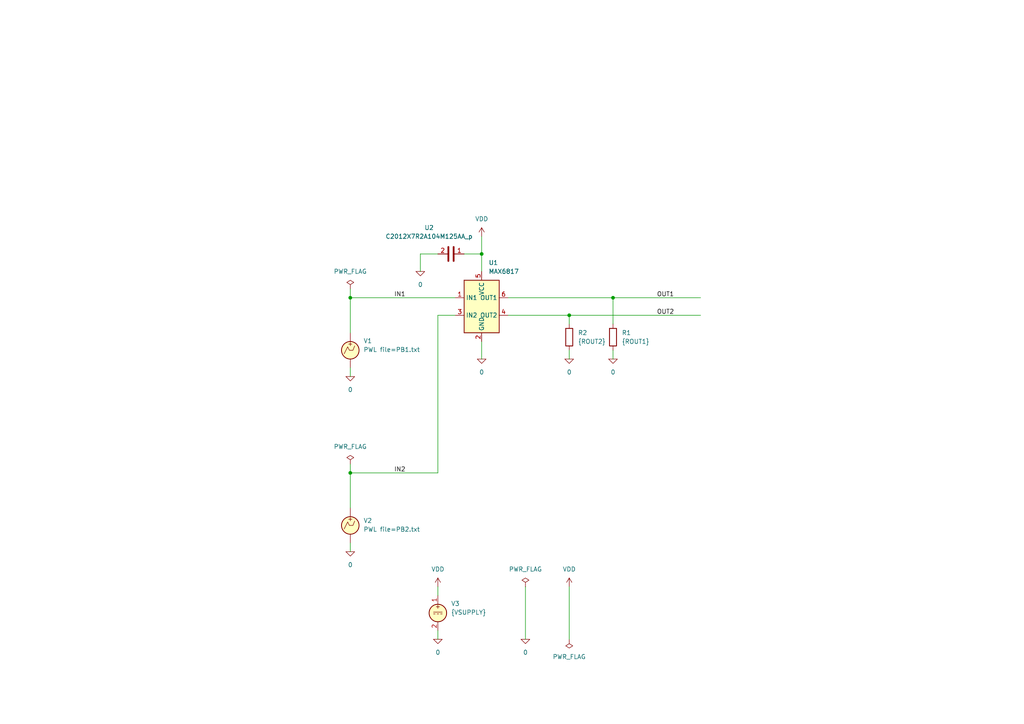
<source format=kicad_sch>
(kicad_sch
	(version 20231120)
	(generator "eeschema")
	(generator_version "8.0")
	(uuid "8b535b21-f47d-4b8e-90b5-ca6729d3d6eb")
	(paper "A4")
	(title_block
		(title "±15kV ESD-Protected, Dual, CMOS Switch Debouncer")
		(date "2024-12-02")
		(rev "2")
		(company "astroelectronic@")
		(comment 1 "-")
		(comment 2 "-")
		(comment 3 "-")
		(comment 4 "AE01021817")
	)
	(lib_symbols
		(symbol "MAX6817:0"
			(power)
			(pin_names
				(offset 0)
			)
			(exclude_from_sim no)
			(in_bom yes)
			(on_board yes)
			(property "Reference" "#GND"
				(at 0 -2.54 0)
				(effects
					(font
						(size 1.27 1.27)
					)
					(hide yes)
				)
			)
			(property "Value" "0"
				(at 0 -1.778 0)
				(effects
					(font
						(size 1.27 1.27)
					)
				)
			)
			(property "Footprint" ""
				(at 0 0 0)
				(effects
					(font
						(size 1.27 1.27)
					)
					(hide yes)
				)
			)
			(property "Datasheet" "~"
				(at 0 0 0)
				(effects
					(font
						(size 1.27 1.27)
					)
					(hide yes)
				)
			)
			(property "Description" "0V reference potential for simulation"
				(at 0 0 0)
				(effects
					(font
						(size 1.27 1.27)
					)
					(hide yes)
				)
			)
			(property "ki_keywords" "simulation"
				(at 0 0 0)
				(effects
					(font
						(size 1.27 1.27)
					)
					(hide yes)
				)
			)
			(symbol "0_0_1"
				(polyline
					(pts
						(xy -1.27 0) (xy 0 -1.27) (xy 1.27 0) (xy -1.27 0)
					)
					(stroke
						(width 0)
						(type default)
					)
					(fill
						(type none)
					)
				)
			)
			(symbol "0_1_1"
				(pin power_in line
					(at 0 0 0)
					(length 0) hide
					(name "0"
						(effects
							(font
								(size 1.016 1.016)
							)
						)
					)
					(number "1"
						(effects
							(font
								(size 1.016 1.016)
							)
						)
					)
				)
			)
		)
		(symbol "MAX6817:C"
			(pin_names
				(offset 0.254) hide)
			(exclude_from_sim no)
			(in_bom yes)
			(on_board yes)
			(property "Reference" "C"
				(at 0.635 2.54 0)
				(effects
					(font
						(size 1.27 1.27)
					)
					(justify left)
				)
			)
			(property "Value" "C"
				(at 0.635 -2.54 0)
				(effects
					(font
						(size 1.27 1.27)
					)
					(justify left)
				)
			)
			(property "Footprint" ""
				(at 0.9652 -3.81 0)
				(effects
					(font
						(size 1.27 1.27)
					)
					(hide yes)
				)
			)
			(property "Datasheet" "~"
				(at 0 0 0)
				(effects
					(font
						(size 1.27 1.27)
					)
					(hide yes)
				)
			)
			(property "Description" "Unpolarized capacitor"
				(at 0 0 0)
				(effects
					(font
						(size 1.27 1.27)
					)
					(hide yes)
				)
			)
			(property "ki_keywords" "cap capacitor"
				(at 0 0 0)
				(effects
					(font
						(size 1.27 1.27)
					)
					(hide yes)
				)
			)
			(property "ki_fp_filters" "C_*"
				(at 0 0 0)
				(effects
					(font
						(size 1.27 1.27)
					)
					(hide yes)
				)
			)
			(symbol "C_0_1"
				(polyline
					(pts
						(xy -2.032 -0.762) (xy 2.032 -0.762)
					)
					(stroke
						(width 0.508)
						(type default)
					)
					(fill
						(type none)
					)
				)
				(polyline
					(pts
						(xy -2.032 0.762) (xy 2.032 0.762)
					)
					(stroke
						(width 0.508)
						(type default)
					)
					(fill
						(type none)
					)
				)
			)
			(symbol "C_1_1"
				(pin passive line
					(at 0 3.81 270)
					(length 2.794)
					(name "~"
						(effects
							(font
								(size 1.27 1.27)
							)
						)
					)
					(number "1"
						(effects
							(font
								(size 1.27 1.27)
							)
						)
					)
				)
				(pin passive line
					(at 0 -3.81 90)
					(length 2.794)
					(name "~"
						(effects
							(font
								(size 1.27 1.27)
							)
						)
					)
					(number "2"
						(effects
							(font
								(size 1.27 1.27)
							)
						)
					)
				)
			)
		)
		(symbol "MAX6817:MAX6817"
			(exclude_from_sim no)
			(in_bom yes)
			(on_board yes)
			(property "Reference" "U"
				(at 2.54 8.89 0)
				(effects
					(font
						(size 1.27 1.27)
					)
				)
			)
			(property "Value" "MAX6817"
				(at 5.08 -8.89 0)
				(effects
					(font
						(size 1.27 1.27)
					)
				)
			)
			(property "Footprint" ""
				(at 16.51 -11.43 0)
				(effects
					(font
						(size 1.27 1.27)
					)
					(hide yes)
				)
			)
			(property "Datasheet" "https://www.analog.com/en/products/max6817.html"
				(at 0 0 0)
				(effects
					(font
						(size 1.27 1.27)
					)
					(hide yes)
				)
			)
			(property "Description" "±15kV ESD-Protected, Dual CMOS Switch Debouncer"
				(at 0 0 0)
				(effects
					(font
						(size 1.27 1.27)
					)
					(hide yes)
				)
			)
			(property "ki_keywords" "simmodel"
				(at 0 0 0)
				(effects
					(font
						(size 1.27 1.27)
					)
					(hide yes)
				)
			)
			(property "ki_fp_filters" "SOT*143*"
				(at 0 0 0)
				(effects
					(font
						(size 1.27 1.27)
					)
					(hide yes)
				)
			)
			(symbol "MAX6817_0_1"
				(rectangle
					(start -5.08 7.62)
					(end 5.08 -7.62)
					(stroke
						(width 0.254)
						(type default)
					)
					(fill
						(type background)
					)
				)
			)
			(symbol "MAX6817_1_1"
				(pin passive line
					(at -7.62 2.54 0)
					(length 2.54)
					(name "IN1"
						(effects
							(font
								(size 1.27 1.27)
							)
						)
					)
					(number "1"
						(effects
							(font
								(size 1.27 1.27)
							)
						)
					)
				)
				(pin passive line
					(at 0 -10.16 90)
					(length 2.54)
					(name "GND"
						(effects
							(font
								(size 1.27 1.27)
							)
						)
					)
					(number "2"
						(effects
							(font
								(size 1.27 1.27)
							)
						)
					)
				)
				(pin passive line
					(at -7.62 -2.54 0)
					(length 2.54)
					(name "IN2"
						(effects
							(font
								(size 1.27 1.27)
							)
						)
					)
					(number "3"
						(effects
							(font
								(size 1.27 1.27)
							)
						)
					)
				)
				(pin passive line
					(at 7.62 -2.54 180)
					(length 2.54)
					(name "OUT2"
						(effects
							(font
								(size 1.27 1.27)
							)
						)
					)
					(number "4"
						(effects
							(font
								(size 1.27 1.27)
							)
						)
					)
				)
				(pin passive line
					(at 0 10.16 270)
					(length 2.54)
					(name "VCC"
						(effects
							(font
								(size 1.27 1.27)
							)
						)
					)
					(number "5"
						(effects
							(font
								(size 1.27 1.27)
							)
						)
					)
				)
				(pin passive line
					(at 7.62 2.54 180)
					(length 2.54)
					(name "OUT1"
						(effects
							(font
								(size 1.27 1.27)
							)
						)
					)
					(number "6"
						(effects
							(font
								(size 1.27 1.27)
							)
						)
					)
				)
			)
		)
		(symbol "MAX6817:PWR_FLAG"
			(power)
			(pin_numbers hide)
			(pin_names
				(offset 0) hide)
			(exclude_from_sim no)
			(in_bom yes)
			(on_board yes)
			(property "Reference" "#FLG"
				(at 0 1.905 0)
				(effects
					(font
						(size 1.27 1.27)
					)
					(hide yes)
				)
			)
			(property "Value" "PWR_FLAG"
				(at 0 3.81 0)
				(effects
					(font
						(size 1.27 1.27)
					)
				)
			)
			(property "Footprint" ""
				(at 0 0 0)
				(effects
					(font
						(size 1.27 1.27)
					)
					(hide yes)
				)
			)
			(property "Datasheet" "~"
				(at 0 0 0)
				(effects
					(font
						(size 1.27 1.27)
					)
					(hide yes)
				)
			)
			(property "Description" "Special symbol for telling ERC where power comes from"
				(at 0 0 0)
				(effects
					(font
						(size 1.27 1.27)
					)
					(hide yes)
				)
			)
			(property "ki_keywords" "flag power"
				(at 0 0 0)
				(effects
					(font
						(size 1.27 1.27)
					)
					(hide yes)
				)
			)
			(symbol "PWR_FLAG_0_0"
				(pin power_out line
					(at 0 0 90)
					(length 0)
					(name "pwr"
						(effects
							(font
								(size 1.27 1.27)
							)
						)
					)
					(number "1"
						(effects
							(font
								(size 1.27 1.27)
							)
						)
					)
				)
			)
			(symbol "PWR_FLAG_0_1"
				(polyline
					(pts
						(xy 0 0) (xy 0 1.27) (xy -1.016 1.905) (xy 0 2.54) (xy 1.016 1.905) (xy 0 1.27)
					)
					(stroke
						(width 0)
						(type default)
					)
					(fill
						(type none)
					)
				)
			)
		)
		(symbol "MAX6817:R"
			(pin_numbers hide)
			(pin_names
				(offset 0)
			)
			(exclude_from_sim no)
			(in_bom yes)
			(on_board yes)
			(property "Reference" "R"
				(at 2.032 0 90)
				(effects
					(font
						(size 1.27 1.27)
					)
				)
			)
			(property "Value" "R"
				(at 0 0 90)
				(effects
					(font
						(size 1.27 1.27)
					)
				)
			)
			(property "Footprint" ""
				(at -1.778 0 90)
				(effects
					(font
						(size 1.27 1.27)
					)
					(hide yes)
				)
			)
			(property "Datasheet" "~"
				(at 0 0 0)
				(effects
					(font
						(size 1.27 1.27)
					)
					(hide yes)
				)
			)
			(property "Description" "Resistor"
				(at 0 0 0)
				(effects
					(font
						(size 1.27 1.27)
					)
					(hide yes)
				)
			)
			(property "ki_keywords" "R res resistor"
				(at 0 0 0)
				(effects
					(font
						(size 1.27 1.27)
					)
					(hide yes)
				)
			)
			(property "ki_fp_filters" "R_*"
				(at 0 0 0)
				(effects
					(font
						(size 1.27 1.27)
					)
					(hide yes)
				)
			)
			(symbol "R_0_1"
				(rectangle
					(start -1.016 -2.54)
					(end 1.016 2.54)
					(stroke
						(width 0.254)
						(type default)
					)
					(fill
						(type none)
					)
				)
			)
			(symbol "R_1_1"
				(pin passive line
					(at 0 3.81 270)
					(length 1.27)
					(name "~"
						(effects
							(font
								(size 1.27 1.27)
							)
						)
					)
					(number "1"
						(effects
							(font
								(size 1.27 1.27)
							)
						)
					)
				)
				(pin passive line
					(at 0 -3.81 90)
					(length 1.27)
					(name "~"
						(effects
							(font
								(size 1.27 1.27)
							)
						)
					)
					(number "2"
						(effects
							(font
								(size 1.27 1.27)
							)
						)
					)
				)
			)
		)
		(symbol "MAX6817:VDC"
			(pin_names
				(offset 0.0254) hide)
			(exclude_from_sim no)
			(in_bom yes)
			(on_board yes)
			(property "Reference" "V"
				(at 2.54 2.54 0)
				(effects
					(font
						(size 1.27 1.27)
					)
					(justify left)
				)
			)
			(property "Value" "1"
				(at 2.54 0 0)
				(effects
					(font
						(size 1.27 1.27)
					)
					(justify left)
				)
			)
			(property "Footprint" ""
				(at 0 0 0)
				(effects
					(font
						(size 1.27 1.27)
					)
					(hide yes)
				)
			)
			(property "Datasheet" "~"
				(at 0 0 0)
				(effects
					(font
						(size 1.27 1.27)
					)
					(hide yes)
				)
			)
			(property "Description" "Voltage source, DC"
				(at 0 0 0)
				(effects
					(font
						(size 1.27 1.27)
					)
					(hide yes)
				)
			)
			(property "Sim.Pins" "1=+ 2=-"
				(at 0 0 0)
				(effects
					(font
						(size 1.27 1.27)
					)
					(hide yes)
				)
			)
			(property "Sim.Type" "DC"
				(at 0 0 0)
				(effects
					(font
						(size 1.27 1.27)
					)
					(hide yes)
				)
			)
			(property "Sim.Device" "V"
				(at 0 0 0)
				(effects
					(font
						(size 1.27 1.27)
					)
					(justify left)
					(hide yes)
				)
			)
			(property "Spice_Netlist_Enabled" "Y"
				(at 0 0 0)
				(effects
					(font
						(size 1.27 1.27)
					)
					(justify left)
					(hide yes)
				)
			)
			(property "ki_keywords" "simulation"
				(at 0 0 0)
				(effects
					(font
						(size 1.27 1.27)
					)
					(hide yes)
				)
			)
			(symbol "VDC_0_0"
				(polyline
					(pts
						(xy -1.27 0.254) (xy 1.27 0.254)
					)
					(stroke
						(width 0)
						(type default)
					)
					(fill
						(type none)
					)
				)
				(polyline
					(pts
						(xy -0.762 -0.254) (xy -1.27 -0.254)
					)
					(stroke
						(width 0)
						(type default)
					)
					(fill
						(type none)
					)
				)
				(polyline
					(pts
						(xy 0.254 -0.254) (xy -0.254 -0.254)
					)
					(stroke
						(width 0)
						(type default)
					)
					(fill
						(type none)
					)
				)
				(polyline
					(pts
						(xy 1.27 -0.254) (xy 0.762 -0.254)
					)
					(stroke
						(width 0)
						(type default)
					)
					(fill
						(type none)
					)
				)
				(text "+"
					(at 0 1.905 0)
					(effects
						(font
							(size 1.27 1.27)
						)
					)
				)
			)
			(symbol "VDC_0_1"
				(circle
					(center 0 0)
					(radius 2.54)
					(stroke
						(width 0.254)
						(type default)
					)
					(fill
						(type background)
					)
				)
			)
			(symbol "VDC_1_1"
				(pin passive line
					(at 0 5.08 270)
					(length 2.54)
					(name "~"
						(effects
							(font
								(size 1.27 1.27)
							)
						)
					)
					(number "1"
						(effects
							(font
								(size 1.27 1.27)
							)
						)
					)
				)
				(pin passive line
					(at 0 -5.08 90)
					(length 2.54)
					(name "~"
						(effects
							(font
								(size 1.27 1.27)
							)
						)
					)
					(number "2"
						(effects
							(font
								(size 1.27 1.27)
							)
						)
					)
				)
			)
		)
		(symbol "MAX6817:VDD"
			(power)
			(pin_names
				(offset 0)
			)
			(exclude_from_sim no)
			(in_bom yes)
			(on_board yes)
			(property "Reference" "#PWR"
				(at 0 -3.81 0)
				(effects
					(font
						(size 1.27 1.27)
					)
					(hide yes)
				)
			)
			(property "Value" "VDD"
				(at 0 3.81 0)
				(effects
					(font
						(size 1.27 1.27)
					)
				)
			)
			(property "Footprint" ""
				(at 0 0 0)
				(effects
					(font
						(size 1.27 1.27)
					)
					(hide yes)
				)
			)
			(property "Datasheet" ""
				(at 0 0 0)
				(effects
					(font
						(size 1.27 1.27)
					)
					(hide yes)
				)
			)
			(property "Description" "Power symbol creates a global label with name \"VDD\""
				(at 0 0 0)
				(effects
					(font
						(size 1.27 1.27)
					)
					(hide yes)
				)
			)
			(property "ki_keywords" "global power"
				(at 0 0 0)
				(effects
					(font
						(size 1.27 1.27)
					)
					(hide yes)
				)
			)
			(symbol "VDD_0_1"
				(polyline
					(pts
						(xy -0.762 1.27) (xy 0 2.54)
					)
					(stroke
						(width 0)
						(type default)
					)
					(fill
						(type none)
					)
				)
				(polyline
					(pts
						(xy 0 0) (xy 0 2.54)
					)
					(stroke
						(width 0)
						(type default)
					)
					(fill
						(type none)
					)
				)
				(polyline
					(pts
						(xy 0 2.54) (xy 0.762 1.27)
					)
					(stroke
						(width 0)
						(type default)
					)
					(fill
						(type none)
					)
				)
			)
			(symbol "VDD_1_1"
				(pin power_in line
					(at 0 0 90)
					(length 0) hide
					(name "VDD"
						(effects
							(font
								(size 1.27 1.27)
							)
						)
					)
					(number "1"
						(effects
							(font
								(size 1.27 1.27)
							)
						)
					)
				)
			)
		)
		(symbol "MAX6817:VPWL"
			(pin_numbers hide)
			(pin_names
				(offset 0.0254)
			)
			(exclude_from_sim no)
			(in_bom yes)
			(on_board yes)
			(property "Reference" "V"
				(at 2.54 2.54 0)
				(effects
					(font
						(size 1.27 1.27)
					)
					(justify left)
				)
			)
			(property "Value" "VPWL"
				(at 2.54 0 0)
				(effects
					(font
						(size 1.27 1.27)
					)
					(justify left)
				)
			)
			(property "Footprint" ""
				(at 0 0 0)
				(effects
					(font
						(size 1.27 1.27)
					)
					(hide yes)
				)
			)
			(property "Datasheet" "~"
				(at 0 0 0)
				(effects
					(font
						(size 1.27 1.27)
					)
					(hide yes)
				)
			)
			(property "Description" "Voltage source, piece-wise linear"
				(at 0 0 0)
				(effects
					(font
						(size 1.27 1.27)
					)
					(hide yes)
				)
			)
			(property "Sim.Pins" "1=1 2=2"
				(at 0 0 0)
				(effects
					(font
						(size 1.27 1.27)
					)
					(hide yes)
				)
			)
			(property "Sim.Device" "SPICE"
				(at 0 0 0)
				(effects
					(font
						(size 1.27 1.27)
					)
					(justify left)
					(hide yes)
				)
			)
			(property "Sim.Params" "type=\"V\" model=\"pwl(0 -1 50n -1 51n 0 97n 1 171n -1 200n -1)\" lib=\"\""
				(at 0 0 0)
				(effects
					(font
						(size 1.27 1.27)
					)
					(hide yes)
				)
			)
			(property "Spice_Netlist_Enabled" "Y"
				(at 0 0 0)
				(effects
					(font
						(size 1.27 1.27)
					)
					(justify left)
					(hide yes)
				)
			)
			(property "ki_keywords" "simulation"
				(at 0 0 0)
				(effects
					(font
						(size 1.27 1.27)
					)
					(hide yes)
				)
			)
			(symbol "VPWL_0_0"
				(polyline
					(pts
						(xy -1.778 -1.016) (xy -0.762 1.016) (xy -0.254 0) (xy 0.762 0) (xy 1.27 1.27)
					)
					(stroke
						(width 0)
						(type default)
					)
					(fill
						(type none)
					)
				)
				(text "+"
					(at 0 1.905 0)
					(effects
						(font
							(size 1.27 1.27)
						)
					)
				)
			)
			(symbol "VPWL_0_1"
				(circle
					(center 0 0)
					(radius 2.54)
					(stroke
						(width 0.254)
						(type default)
					)
					(fill
						(type background)
					)
				)
			)
			(symbol "VPWL_1_1"
				(pin passive line
					(at 0 5.08 270)
					(length 2.54)
					(name "~"
						(effects
							(font
								(size 1.27 1.27)
							)
						)
					)
					(number "1"
						(effects
							(font
								(size 1.27 1.27)
							)
						)
					)
				)
				(pin passive line
					(at 0 -5.08 90)
					(length 2.54)
					(name "~"
						(effects
							(font
								(size 1.27 1.27)
							)
						)
					)
					(number "2"
						(effects
							(font
								(size 1.27 1.27)
							)
						)
					)
				)
			)
		)
	)
	(junction
		(at 177.8 86.36)
		(diameter 0)
		(color 0 0 0 0)
		(uuid "428c0cef-9d6b-4ca2-899e-def78e68378c")
	)
	(junction
		(at 139.7 73.66)
		(diameter 0)
		(color 0 0 0 0)
		(uuid "66bcbb63-9fae-4b88-ab9c-08b8782cb2d3")
	)
	(junction
		(at 101.6 137.16)
		(diameter 0)
		(color 0 0 0 0)
		(uuid "a01d105d-4410-4d99-a9d4-721637b8a519")
	)
	(junction
		(at 101.6 86.36)
		(diameter 0)
		(color 0 0 0 0)
		(uuid "c07d37b9-c90b-464b-b0ab-b424b9ecd711")
	)
	(junction
		(at 165.1 91.44)
		(diameter 0)
		(color 0 0 0 0)
		(uuid "c0dd6de1-3d84-48b2-9468-ddd276086e59")
	)
	(wire
		(pts
			(xy 165.1 91.44) (xy 203.2 91.44)
		)
		(stroke
			(width 0)
			(type default)
		)
		(uuid "07d3d133-01f2-4cda-99eb-45d882f61fea")
	)
	(wire
		(pts
			(xy 127 73.66) (xy 121.92 73.66)
		)
		(stroke
			(width 0)
			(type default)
		)
		(uuid "09470ccf-3599-4657-a397-7fd47d10b457")
	)
	(wire
		(pts
			(xy 177.8 93.98) (xy 177.8 86.36)
		)
		(stroke
			(width 0)
			(type default)
		)
		(uuid "096213ba-2017-4b08-8fda-5f6a8295c21a")
	)
	(wire
		(pts
			(xy 139.7 73.66) (xy 139.7 78.74)
		)
		(stroke
			(width 0)
			(type default)
		)
		(uuid "1f1169c8-92e1-4b8b-9626-6980cc6fa5f1")
	)
	(wire
		(pts
			(xy 101.6 137.16) (xy 127 137.16)
		)
		(stroke
			(width 0)
			(type default)
		)
		(uuid "1fb87b38-59de-44c0-a169-54a1fa04e020")
	)
	(wire
		(pts
			(xy 165.1 91.44) (xy 147.32 91.44)
		)
		(stroke
			(width 0)
			(type default)
		)
		(uuid "2ee401c7-7061-4cbc-b2eb-5411b7b488a3")
	)
	(wire
		(pts
			(xy 177.8 86.36) (xy 203.2 86.36)
		)
		(stroke
			(width 0)
			(type default)
		)
		(uuid "4e77ec6f-0a38-440b-b5fa-b4b7b49fe053")
	)
	(wire
		(pts
			(xy 165.1 101.6) (xy 165.1 104.14)
		)
		(stroke
			(width 0)
			(type default)
		)
		(uuid "56d6bbd5-192b-44dd-92a3-f389191bd086")
	)
	(wire
		(pts
			(xy 132.08 91.44) (xy 127 91.44)
		)
		(stroke
			(width 0)
			(type default)
		)
		(uuid "5ff16648-df84-4948-b282-e093e0d63122")
	)
	(wire
		(pts
			(xy 101.6 137.16) (xy 101.6 147.32)
		)
		(stroke
			(width 0)
			(type default)
		)
		(uuid "8189d349-4713-4a6c-8e11-02fcd9d93650")
	)
	(wire
		(pts
			(xy 165.1 170.18) (xy 165.1 185.42)
		)
		(stroke
			(width 0)
			(type default)
		)
		(uuid "85a9dab2-ba93-407a-b9b4-cf2a9f7d6bdb")
	)
	(wire
		(pts
			(xy 177.8 86.36) (xy 147.32 86.36)
		)
		(stroke
			(width 0)
			(type default)
		)
		(uuid "8d4e0a97-e19e-4375-b949-a923e9c7a8f8")
	)
	(wire
		(pts
			(xy 139.7 68.58) (xy 139.7 73.66)
		)
		(stroke
			(width 0)
			(type default)
		)
		(uuid "9199a336-fa44-409e-8834-9a3f733b3726")
	)
	(wire
		(pts
			(xy 101.6 106.68) (xy 101.6 109.22)
		)
		(stroke
			(width 0)
			(type default)
		)
		(uuid "9fc8424d-a2ed-4a6d-912f-f19f5a9e8db4")
	)
	(wire
		(pts
			(xy 165.1 93.98) (xy 165.1 91.44)
		)
		(stroke
			(width 0)
			(type default)
		)
		(uuid "a2a4f4fd-4c00-4bf2-add8-ee15c8ca3547")
	)
	(wire
		(pts
			(xy 134.62 73.66) (xy 139.7 73.66)
		)
		(stroke
			(width 0)
			(type default)
		)
		(uuid "b00ca2d7-0ea4-49f4-a3f1-ebb9f986a18f")
	)
	(wire
		(pts
			(xy 101.6 83.82) (xy 101.6 86.36)
		)
		(stroke
			(width 0)
			(type default)
		)
		(uuid "b4c149e3-4d45-4770-8009-cb827cf2d0f9")
	)
	(wire
		(pts
			(xy 177.8 101.6) (xy 177.8 104.14)
		)
		(stroke
			(width 0)
			(type default)
		)
		(uuid "bb161449-a9d7-42e9-9010-9a603d2db56b")
	)
	(wire
		(pts
			(xy 121.92 73.66) (xy 121.92 78.74)
		)
		(stroke
			(width 0)
			(type default)
		)
		(uuid "c1faa32a-69ef-47b9-ae5a-5c1f70b874a9")
	)
	(wire
		(pts
			(xy 152.4 170.18) (xy 152.4 185.42)
		)
		(stroke
			(width 0)
			(type default)
		)
		(uuid "c28de9e8-23ee-49cb-b9ab-18240b6f0d54")
	)
	(wire
		(pts
			(xy 139.7 99.06) (xy 139.7 104.14)
		)
		(stroke
			(width 0)
			(type default)
		)
		(uuid "c49bbe09-cfd0-47ea-85be-fee14c6cc3dd")
	)
	(wire
		(pts
			(xy 127 182.88) (xy 127 185.42)
		)
		(stroke
			(width 0)
			(type default)
		)
		(uuid "d7438ec9-be94-493f-aa4d-84bfebc9806c")
	)
	(wire
		(pts
			(xy 127 137.16) (xy 127 91.44)
		)
		(stroke
			(width 0)
			(type default)
		)
		(uuid "e5cc8ca1-f0b0-46b5-9dcb-13e7ea87a791")
	)
	(wire
		(pts
			(xy 101.6 86.36) (xy 132.08 86.36)
		)
		(stroke
			(width 0)
			(type default)
		)
		(uuid "e60477b3-bd52-4901-bbc8-3a907bb02c59")
	)
	(wire
		(pts
			(xy 127 170.18) (xy 127 172.72)
		)
		(stroke
			(width 0)
			(type default)
		)
		(uuid "e6b3ef08-ae5f-4096-8dc3-1e42007dbe02")
	)
	(wire
		(pts
			(xy 101.6 86.36) (xy 101.6 96.52)
		)
		(stroke
			(width 0)
			(type default)
		)
		(uuid "eec31037-9f08-4d4c-821d-26319da9eb16")
	)
	(wire
		(pts
			(xy 101.6 157.48) (xy 101.6 160.02)
		)
		(stroke
			(width 0)
			(type default)
		)
		(uuid "f3662fb2-7629-4847-b129-d2d25fa28f7f")
	)
	(wire
		(pts
			(xy 101.6 134.62) (xy 101.6 137.16)
		)
		(stroke
			(width 0)
			(type default)
		)
		(uuid "fecbe860-6d3f-44ec-9ffa-7fcdbf3726f4")
	)
	(label "OUT2"
		(at 190.5 91.44 0)
		(fields_autoplaced yes)
		(effects
			(font
				(size 1.27 1.27)
			)
			(justify left bottom)
		)
		(uuid "4d4cfe22-65d6-47ef-8af3-ee83678b1f9c")
	)
	(label "IN1"
		(at 114.3 86.36 0)
		(fields_autoplaced yes)
		(effects
			(font
				(size 1.27 1.27)
			)
			(justify left bottom)
		)
		(uuid "57815d37-201d-4b1e-a792-2a5ac13ce28a")
	)
	(label "IN2"
		(at 114.3 137.16 0)
		(fields_autoplaced yes)
		(effects
			(font
				(size 1.27 1.27)
			)
			(justify left bottom)
		)
		(uuid "7e80f563-a017-4611-a091-d0302bb6b49b")
	)
	(label "OUT1"
		(at 190.5 86.36 0)
		(fields_autoplaced yes)
		(effects
			(font
				(size 1.27 1.27)
			)
			(justify left bottom)
		)
		(uuid "d2e72f1d-3bce-4665-8fa9-c5cc93fb9cf3")
	)
	(symbol
		(lib_id "MAX6817:0")
		(at 101.6 109.22 0)
		(unit 1)
		(exclude_from_sim no)
		(in_bom yes)
		(on_board yes)
		(dnp no)
		(fields_autoplaced yes)
		(uuid "06052658-a92c-4680-83a2-1de881715ca8")
		(property "Reference" "#GND0102"
			(at 101.6 111.76 0)
			(effects
				(font
					(size 1.27 1.27)
				)
				(hide yes)
			)
		)
		(property "Value" "0"
			(at 101.6 113.03 0)
			(effects
				(font
					(size 1.27 1.27)
				)
			)
		)
		(property "Footprint" ""
			(at 101.6 109.22 0)
			(effects
				(font
					(size 1.27 1.27)
				)
				(hide yes)
			)
		)
		(property "Datasheet" "~"
			(at 101.6 109.22 0)
			(effects
				(font
					(size 1.27 1.27)
				)
				(hide yes)
			)
		)
		(property "Description" ""
			(at 101.6 109.22 0)
			(effects
				(font
					(size 1.27 1.27)
				)
				(hide yes)
			)
		)
		(pin "1"
			(uuid "9b0c94e3-0caf-45d6-b4ac-535d0065754d")
		)
		(instances
			(project "MAX6817_basic"
				(path "/8b535b21-f47d-4b8e-90b5-ca6729d3d6eb"
					(reference "#GND0102")
					(unit 1)
				)
			)
		)
	)
	(symbol
		(lib_id "MAX6817:0")
		(at 152.4 185.42 0)
		(unit 1)
		(exclude_from_sim no)
		(in_bom yes)
		(on_board yes)
		(dnp no)
		(fields_autoplaced yes)
		(uuid "1fa4fbac-714d-47b2-8a84-6fb6058ff14f")
		(property "Reference" "#GND0105"
			(at 152.4 187.96 0)
			(effects
				(font
					(size 1.27 1.27)
				)
				(hide yes)
			)
		)
		(property "Value" "0"
			(at 152.4 189.23 0)
			(effects
				(font
					(size 1.27 1.27)
				)
			)
		)
		(property "Footprint" ""
			(at 152.4 185.42 0)
			(effects
				(font
					(size 1.27 1.27)
				)
				(hide yes)
			)
		)
		(property "Datasheet" "~"
			(at 152.4 185.42 0)
			(effects
				(font
					(size 1.27 1.27)
				)
				(hide yes)
			)
		)
		(property "Description" ""
			(at 152.4 185.42 0)
			(effects
				(font
					(size 1.27 1.27)
				)
				(hide yes)
			)
		)
		(pin "1"
			(uuid "6ec3dff5-6965-4c17-911d-0167d2b92005")
		)
		(instances
			(project "MAX6817_basic"
				(path "/8b535b21-f47d-4b8e-90b5-ca6729d3d6eb"
					(reference "#GND0105")
					(unit 1)
				)
			)
		)
	)
	(symbol
		(lib_id "MAX6817:PWR_FLAG")
		(at 101.6 134.62 0)
		(unit 1)
		(exclude_from_sim no)
		(in_bom yes)
		(on_board yes)
		(dnp no)
		(fields_autoplaced yes)
		(uuid "28ee0c7f-e86b-4e85-820d-2d87243a6fdc")
		(property "Reference" "#FLG0104"
			(at 101.6 132.715 0)
			(effects
				(font
					(size 1.27 1.27)
				)
				(hide yes)
			)
		)
		(property "Value" "PWR_FLAG"
			(at 101.6 129.54 0)
			(effects
				(font
					(size 1.27 1.27)
				)
			)
		)
		(property "Footprint" ""
			(at 101.6 134.62 0)
			(effects
				(font
					(size 1.27 1.27)
				)
				(hide yes)
			)
		)
		(property "Datasheet" "~"
			(at 101.6 134.62 0)
			(effects
				(font
					(size 1.27 1.27)
				)
				(hide yes)
			)
		)
		(property "Description" ""
			(at 101.6 134.62 0)
			(effects
				(font
					(size 1.27 1.27)
				)
				(hide yes)
			)
		)
		(pin "1"
			(uuid "305f710b-b84a-45d5-b30e-32f23247809b")
		)
		(instances
			(project "MAX6817_basic"
				(path "/8b535b21-f47d-4b8e-90b5-ca6729d3d6eb"
					(reference "#FLG0104")
					(unit 1)
				)
			)
		)
	)
	(symbol
		(lib_id "MAX6817:0")
		(at 139.7 104.14 0)
		(unit 1)
		(exclude_from_sim no)
		(in_bom yes)
		(on_board yes)
		(dnp no)
		(fields_autoplaced yes)
		(uuid "2dd4f122-b793-4629-bdf3-87c0bfaded0b")
		(property "Reference" "#GND0103"
			(at 139.7 106.68 0)
			(effects
				(font
					(size 1.27 1.27)
				)
				(hide yes)
			)
		)
		(property "Value" "0"
			(at 139.7 107.95 0)
			(effects
				(font
					(size 1.27 1.27)
				)
			)
		)
		(property "Footprint" ""
			(at 139.7 104.14 0)
			(effects
				(font
					(size 1.27 1.27)
				)
				(hide yes)
			)
		)
		(property "Datasheet" "~"
			(at 139.7 104.14 0)
			(effects
				(font
					(size 1.27 1.27)
				)
				(hide yes)
			)
		)
		(property "Description" ""
			(at 139.7 104.14 0)
			(effects
				(font
					(size 1.27 1.27)
				)
				(hide yes)
			)
		)
		(pin "1"
			(uuid "b2317882-8b39-4af8-8e8d-da9df52bada4")
		)
		(instances
			(project "MAX6817_basic"
				(path "/8b535b21-f47d-4b8e-90b5-ca6729d3d6eb"
					(reference "#GND0103")
					(unit 1)
				)
			)
		)
	)
	(symbol
		(lib_id "MAX6817:MAX6817")
		(at 139.7 88.9 0)
		(unit 1)
		(exclude_from_sim no)
		(in_bom yes)
		(on_board yes)
		(dnp no)
		(fields_autoplaced yes)
		(uuid "2ff74011-7be2-423a-9165-608a8ed2a6fd")
		(property "Reference" "U1"
			(at 141.7194 76.2 0)
			(effects
				(font
					(size 1.27 1.27)
				)
				(justify left)
			)
		)
		(property "Value" "MAX6817"
			(at 141.7194 78.74 0)
			(effects
				(font
					(size 1.27 1.27)
				)
				(justify left)
			)
		)
		(property "Footprint" ""
			(at 156.21 100.33 0)
			(effects
				(font
					(size 1.27 1.27)
				)
				(hide yes)
			)
		)
		(property "Datasheet" "https://www.analog.com/en/products/max6817.html"
			(at 139.7 88.9 0)
			(effects
				(font
					(size 1.27 1.27)
				)
				(hide yes)
			)
		)
		(property "Description" ""
			(at 139.7 88.9 0)
			(effects
				(font
					(size 1.27 1.27)
				)
				(hide yes)
			)
		)
		(property "Sim.Device" "SUBCKT"
			(at 139.7 88.9 0)
			(effects
				(font
					(size 1.27 1.27)
				)
				(hide yes)
			)
		)
		(property "Sim.Pins" "1=1 2=2 3=3 4=4 5=5 6=6"
			(at 0 0 0)
			(effects
				(font
					(size 1.27 1.27)
				)
				(hide yes)
			)
		)
		(property "Sim.Library" "C:\\AE\\MAX6817\\_models\\MAX6817.lib"
			(at 139.7 88.9 0)
			(effects
				(font
					(size 1.27 1.27)
				)
				(hide yes)
			)
		)
		(property "Sim.Name" "MAX6817"
			(at 139.7 88.9 0)
			(effects
				(font
					(size 1.27 1.27)
				)
				(hide yes)
			)
		)
		(pin "1"
			(uuid "5fdd78a2-384e-4c80-a2c2-850ed782f5c2")
		)
		(pin "2"
			(uuid "e4ce5b5b-5b6f-4dfd-a0b1-fee2fe0cc58f")
		)
		(pin "3"
			(uuid "782c1637-d3a7-4b7b-a1a1-f83f376ee09f")
		)
		(pin "4"
			(uuid "5bbee0ce-ede0-4466-870f-99971a059a19")
		)
		(pin "5"
			(uuid "6047d4e7-cc76-4c6a-890e-965495aba605")
		)
		(pin "6"
			(uuid "d4bc67c5-87f5-4468-a9ec-059acd9fca27")
		)
		(instances
			(project "MAX6817_basic"
				(path "/8b535b21-f47d-4b8e-90b5-ca6729d3d6eb"
					(reference "U1")
					(unit 1)
				)
			)
		)
	)
	(symbol
		(lib_id "MAX6817:VDC")
		(at 127 177.8 0)
		(unit 1)
		(exclude_from_sim no)
		(in_bom yes)
		(on_board yes)
		(dnp no)
		(fields_autoplaced yes)
		(uuid "4cee32ca-9354-4e9e-84ed-1e4dcbe92935")
		(property "Reference" "V3"
			(at 130.81 175.0701 0)
			(effects
				(font
					(size 1.27 1.27)
				)
				(justify left)
			)
		)
		(property "Value" "{VSUPPLY}"
			(at 130.81 177.6101 0)
			(effects
				(font
					(size 1.27 1.27)
				)
				(justify left)
			)
		)
		(property "Footprint" ""
			(at 127 177.8 0)
			(effects
				(font
					(size 1.27 1.27)
				)
				(hide yes)
			)
		)
		(property "Datasheet" "~"
			(at 127 177.8 0)
			(effects
				(font
					(size 1.27 1.27)
				)
				(hide yes)
			)
		)
		(property "Description" ""
			(at 127 177.8 0)
			(effects
				(font
					(size 1.27 1.27)
				)
				(hide yes)
			)
		)
		(property "Sim.Device" "SPICE"
			(at 127 177.8 0)
			(effects
				(font
					(size 1.27 1.27)
				)
				(justify left)
				(hide yes)
			)
		)
		(property "Sim.Params" "type=\"V\" model=\"{VSUPPLY}\" lib=\"\""
			(at 0 0 0)
			(effects
				(font
					(size 1.27 1.27)
				)
				(hide yes)
			)
		)
		(property "Sim.Pins" "1=1 2=2"
			(at 0 0 0)
			(effects
				(font
					(size 1.27 1.27)
				)
				(hide yes)
			)
		)
		(pin "1"
			(uuid "3546073f-0971-4b52-b38f-7862ed564cfa")
		)
		(pin "2"
			(uuid "a654c61c-2f8f-4cf3-b872-4fb35c45f9a1")
		)
		(instances
			(project "MAX6817_basic"
				(path "/8b535b21-f47d-4b8e-90b5-ca6729d3d6eb"
					(reference "V3")
					(unit 1)
				)
			)
		)
	)
	(symbol
		(lib_id "MAX6817:R")
		(at 177.8 97.79 0)
		(unit 1)
		(exclude_from_sim no)
		(in_bom yes)
		(on_board yes)
		(dnp no)
		(fields_autoplaced yes)
		(uuid "5074e37f-13f5-4e10-8088-c6c5a3d24b76")
		(property "Reference" "R1"
			(at 180.34 96.5199 0)
			(effects
				(font
					(size 1.27 1.27)
				)
				(justify left)
			)
		)
		(property "Value" "{ROUT1}"
			(at 180.34 99.0599 0)
			(effects
				(font
					(size 1.27 1.27)
				)
				(justify left)
			)
		)
		(property "Footprint" ""
			(at 176.022 97.79 90)
			(effects
				(font
					(size 1.27 1.27)
				)
				(hide yes)
			)
		)
		(property "Datasheet" "~"
			(at 177.8 97.79 0)
			(effects
				(font
					(size 1.27 1.27)
				)
				(hide yes)
			)
		)
		(property "Description" ""
			(at 177.8 97.79 0)
			(effects
				(font
					(size 1.27 1.27)
				)
				(hide yes)
			)
		)
		(pin "1"
			(uuid "0a4859d4-81c2-4bfa-80db-a4bee45e58bd")
		)
		(pin "2"
			(uuid "8f841998-6fbe-4374-865c-ed152068be55")
		)
		(instances
			(project "MAX6817_basic"
				(path "/8b535b21-f47d-4b8e-90b5-ca6729d3d6eb"
					(reference "R1")
					(unit 1)
				)
			)
		)
	)
	(symbol
		(lib_id "MAX6817:0")
		(at 121.92 78.74 0)
		(unit 1)
		(exclude_from_sim no)
		(in_bom yes)
		(on_board yes)
		(dnp no)
		(fields_autoplaced yes)
		(uuid "5212ba35-7287-4400-bad3-39086fd29746")
		(property "Reference" "#GND0101"
			(at 121.92 81.28 0)
			(effects
				(font
					(size 1.27 1.27)
				)
				(hide yes)
			)
		)
		(property "Value" "0"
			(at 121.92 82.55 0)
			(effects
				(font
					(size 1.27 1.27)
				)
			)
		)
		(property "Footprint" ""
			(at 121.92 78.74 0)
			(effects
				(font
					(size 1.27 1.27)
				)
				(hide yes)
			)
		)
		(property "Datasheet" "~"
			(at 121.92 78.74 0)
			(effects
				(font
					(size 1.27 1.27)
				)
				(hide yes)
			)
		)
		(property "Description" ""
			(at 121.92 78.74 0)
			(effects
				(font
					(size 1.27 1.27)
				)
				(hide yes)
			)
		)
		(pin "1"
			(uuid "25f1de4c-a248-4a8f-88a6-5b13039b0ba7")
		)
		(instances
			(project "MAX6817_basic"
				(path "/8b535b21-f47d-4b8e-90b5-ca6729d3d6eb"
					(reference "#GND0101")
					(unit 1)
				)
			)
		)
	)
	(symbol
		(lib_id "MAX6817:PWR_FLAG")
		(at 101.6 83.82 0)
		(unit 1)
		(exclude_from_sim no)
		(in_bom yes)
		(on_board yes)
		(dnp no)
		(fields_autoplaced yes)
		(uuid "6eaa0ed2-ed34-4e11-804b-51f995c43785")
		(property "Reference" "#FLG0101"
			(at 101.6 81.915 0)
			(effects
				(font
					(size 1.27 1.27)
				)
				(hide yes)
			)
		)
		(property "Value" "PWR_FLAG"
			(at 101.6 78.74 0)
			(effects
				(font
					(size 1.27 1.27)
				)
			)
		)
		(property "Footprint" ""
			(at 101.6 83.82 0)
			(effects
				(font
					(size 1.27 1.27)
				)
				(hide yes)
			)
		)
		(property "Datasheet" "~"
			(at 101.6 83.82 0)
			(effects
				(font
					(size 1.27 1.27)
				)
				(hide yes)
			)
		)
		(property "Description" ""
			(at 101.6 83.82 0)
			(effects
				(font
					(size 1.27 1.27)
				)
				(hide yes)
			)
		)
		(pin "1"
			(uuid "37769301-c641-41c1-9be1-e1bc492c5651")
		)
		(instances
			(project "MAX6817_basic"
				(path "/8b535b21-f47d-4b8e-90b5-ca6729d3d6eb"
					(reference "#FLG0101")
					(unit 1)
				)
			)
		)
	)
	(symbol
		(lib_id "MAX6817:0")
		(at 101.6 160.02 0)
		(unit 1)
		(exclude_from_sim no)
		(in_bom yes)
		(on_board yes)
		(dnp no)
		(fields_autoplaced yes)
		(uuid "731619dd-9296-4d44-9c8a-f175a9f1f712")
		(property "Reference" "#GND0108"
			(at 101.6 162.56 0)
			(effects
				(font
					(size 1.27 1.27)
				)
				(hide yes)
			)
		)
		(property "Value" "0"
			(at 101.6 163.83 0)
			(effects
				(font
					(size 1.27 1.27)
				)
			)
		)
		(property "Footprint" ""
			(at 101.6 160.02 0)
			(effects
				(font
					(size 1.27 1.27)
				)
				(hide yes)
			)
		)
		(property "Datasheet" "~"
			(at 101.6 160.02 0)
			(effects
				(font
					(size 1.27 1.27)
				)
				(hide yes)
			)
		)
		(property "Description" ""
			(at 101.6 160.02 0)
			(effects
				(font
					(size 1.27 1.27)
				)
				(hide yes)
			)
		)
		(pin "1"
			(uuid "73d862c3-f243-49be-b847-bcf3e30cbfe9")
		)
		(instances
			(project "MAX6817_basic"
				(path "/8b535b21-f47d-4b8e-90b5-ca6729d3d6eb"
					(reference "#GND0108")
					(unit 1)
				)
			)
		)
	)
	(symbol
		(lib_id "MAX6817:VDD")
		(at 127 170.18 0)
		(unit 1)
		(exclude_from_sim no)
		(in_bom yes)
		(on_board yes)
		(dnp no)
		(fields_autoplaced yes)
		(uuid "790e5707-4d12-4995-a8a9-09d3f36fcea6")
		(property "Reference" "#PWR0102"
			(at 127 173.99 0)
			(effects
				(font
					(size 1.27 1.27)
				)
				(hide yes)
			)
		)
		(property "Value" "VDD"
			(at 127 165.1 0)
			(effects
				(font
					(size 1.27 1.27)
				)
			)
		)
		(property "Footprint" ""
			(at 127 170.18 0)
			(effects
				(font
					(size 1.27 1.27)
				)
				(hide yes)
			)
		)
		(property "Datasheet" ""
			(at 127 170.18 0)
			(effects
				(font
					(size 1.27 1.27)
				)
				(hide yes)
			)
		)
		(property "Description" ""
			(at 127 170.18 0)
			(effects
				(font
					(size 1.27 1.27)
				)
				(hide yes)
			)
		)
		(pin "1"
			(uuid "7aa8520b-17bb-428e-98c6-9e50a872b563")
		)
		(instances
			(project "MAX6817_basic"
				(path "/8b535b21-f47d-4b8e-90b5-ca6729d3d6eb"
					(reference "#PWR0102")
					(unit 1)
				)
			)
		)
	)
	(symbol
		(lib_id "MAX6817:VDD")
		(at 139.7 68.58 0)
		(unit 1)
		(exclude_from_sim no)
		(in_bom yes)
		(on_board yes)
		(dnp no)
		(fields_autoplaced yes)
		(uuid "7f866b99-c808-4a39-829e-11f5808ee1ae")
		(property "Reference" "#PWR0101"
			(at 139.7 72.39 0)
			(effects
				(font
					(size 1.27 1.27)
				)
				(hide yes)
			)
		)
		(property "Value" "VDD"
			(at 139.7 63.5 0)
			(effects
				(font
					(size 1.27 1.27)
				)
			)
		)
		(property "Footprint" ""
			(at 139.7 68.58 0)
			(effects
				(font
					(size 1.27 1.27)
				)
				(hide yes)
			)
		)
		(property "Datasheet" ""
			(at 139.7 68.58 0)
			(effects
				(font
					(size 1.27 1.27)
				)
				(hide yes)
			)
		)
		(property "Description" ""
			(at 139.7 68.58 0)
			(effects
				(font
					(size 1.27 1.27)
				)
				(hide yes)
			)
		)
		(pin "1"
			(uuid "38cc9c83-2a88-4243-9f2a-b02917fb59a6")
		)
		(instances
			(project "MAX6817_basic"
				(path "/8b535b21-f47d-4b8e-90b5-ca6729d3d6eb"
					(reference "#PWR0101")
					(unit 1)
				)
			)
		)
	)
	(symbol
		(lib_id "MAX6817:VPWL")
		(at 101.6 152.4 0)
		(unit 1)
		(exclude_from_sim no)
		(in_bom yes)
		(on_board yes)
		(dnp no)
		(fields_autoplaced yes)
		(uuid "894bce30-269f-4bd5-8b64-027340a82cae")
		(property "Reference" "V2"
			(at 105.41 151.0001 0)
			(effects
				(font
					(size 1.27 1.27)
				)
				(justify left)
			)
		)
		(property "Value" "PWL file=PB2.txt"
			(at 105.41 153.5401 0)
			(effects
				(font
					(size 1.27 1.27)
				)
				(justify left)
			)
		)
		(property "Footprint" ""
			(at 101.6 152.4 0)
			(effects
				(font
					(size 1.27 1.27)
				)
				(hide yes)
			)
		)
		(property "Datasheet" "~"
			(at 101.6 152.4 0)
			(effects
				(font
					(size 1.27 1.27)
				)
				(hide yes)
			)
		)
		(property "Description" ""
			(at 101.6 152.4 0)
			(effects
				(font
					(size 1.27 1.27)
				)
				(hide yes)
			)
		)
		(property "Sim.Device" "V"
			(at 101.6 152.4 0)
			(effects
				(font
					(size 1.27 1.27)
				)
				(justify left)
				(hide yes)
			)
		)
		(property "Sim.Type" "PWL"
			(at 0 0 0)
			(effects
				(font
					(size 1.27 1.27)
				)
				(hide yes)
			)
		)
		(property "Sim.Params" "PWL file=PB2.txt"
			(at 105.41 154.7501 0)
			(effects
				(font
					(size 1.27 1.27)
				)
				(justify left)
				(hide yes)
			)
		)
		(property "Sim.Pins" "1=+ 2=-"
			(at 0 0 0)
			(effects
				(font
					(size 1.27 1.27)
				)
				(hide yes)
			)
		)
		(pin "1"
			(uuid "6a912e8c-4b3d-4b0d-88e5-a662cba21bd0")
		)
		(pin "2"
			(uuid "c60cfcd4-28fd-4b79-9e32-ade2065c38aa")
		)
		(instances
			(project "MAX6817_basic"
				(path "/8b535b21-f47d-4b8e-90b5-ca6729d3d6eb"
					(reference "V2")
					(unit 1)
				)
			)
		)
	)
	(symbol
		(lib_id "MAX6817:PWR_FLAG")
		(at 152.4 170.18 0)
		(unit 1)
		(exclude_from_sim no)
		(in_bom yes)
		(on_board yes)
		(dnp no)
		(fields_autoplaced yes)
		(uuid "8dd8d3f9-1a19-4855-8560-ad0a1cf485cd")
		(property "Reference" "#FLG0102"
			(at 152.4 168.275 0)
			(effects
				(font
					(size 1.27 1.27)
				)
				(hide yes)
			)
		)
		(property "Value" "PWR_FLAG"
			(at 152.4 165.1 0)
			(effects
				(font
					(size 1.27 1.27)
				)
			)
		)
		(property "Footprint" ""
			(at 152.4 170.18 0)
			(effects
				(font
					(size 1.27 1.27)
				)
				(hide yes)
			)
		)
		(property "Datasheet" "~"
			(at 152.4 170.18 0)
			(effects
				(font
					(size 1.27 1.27)
				)
				(hide yes)
			)
		)
		(property "Description" ""
			(at 152.4 170.18 0)
			(effects
				(font
					(size 1.27 1.27)
				)
				(hide yes)
			)
		)
		(pin "1"
			(uuid "96d0ecb8-91b9-4b75-aa4f-ad71204170af")
		)
		(instances
			(project "MAX6817_basic"
				(path "/8b535b21-f47d-4b8e-90b5-ca6729d3d6eb"
					(reference "#FLG0102")
					(unit 1)
				)
			)
		)
	)
	(symbol
		(lib_id "MAX6817:VPWL")
		(at 101.6 101.6 0)
		(unit 1)
		(exclude_from_sim no)
		(in_bom yes)
		(on_board yes)
		(dnp no)
		(fields_autoplaced yes)
		(uuid "8e388353-91c6-4ff8-8258-2b76e41fd7e8")
		(property "Reference" "V1"
			(at 105.41 98.8701 0)
			(effects
				(font
					(size 1.27 1.27)
				)
				(justify left)
			)
		)
		(property "Value" "PWL file=PB1.txt"
			(at 105.41 101.4101 0)
			(effects
				(font
					(size 1.27 1.27)
				)
				(justify left)
			)
		)
		(property "Footprint" ""
			(at 101.6 101.6 0)
			(effects
				(font
					(size 1.27 1.27)
				)
				(hide yes)
			)
		)
		(property "Datasheet" "~"
			(at 101.6 101.6 0)
			(effects
				(font
					(size 1.27 1.27)
				)
				(hide yes)
			)
		)
		(property "Description" ""
			(at 101.6 101.6 0)
			(effects
				(font
					(size 1.27 1.27)
				)
				(hide yes)
			)
		)
		(property "Sim.Device" "V"
			(at 101.6 101.6 0)
			(effects
				(font
					(size 1.27 1.27)
				)
				(justify left)
				(hide yes)
			)
		)
		(property "Sim.Type" "PWL"
			(at 0 0 0)
			(effects
				(font
					(size 1.27 1.27)
				)
				(hide yes)
			)
		)
		(property "Sim.Params" "PWL file=PB1.txt"
			(at 105.41 103.9501 0)
			(effects
				(font
					(size 1.27 1.27)
				)
				(justify left)
				(hide yes)
			)
		)
		(property "Sim.Pins" "1=+ 2=-"
			(at 0 0 0)
			(effects
				(font
					(size 1.27 1.27)
				)
				(hide yes)
			)
		)
		(pin "1"
			(uuid "8ac43a16-4cc4-45ce-b692-e49a140fea42")
		)
		(pin "2"
			(uuid "a9088eeb-9724-45e2-8e59-87ea524a3631")
		)
		(instances
			(project "MAX6817_basic"
				(path "/8b535b21-f47d-4b8e-90b5-ca6729d3d6eb"
					(reference "V1")
					(unit 1)
				)
			)
		)
	)
	(symbol
		(lib_id "MAX6817:PWR_FLAG")
		(at 165.1 185.42 180)
		(unit 1)
		(exclude_from_sim no)
		(in_bom yes)
		(on_board yes)
		(dnp no)
		(fields_autoplaced yes)
		(uuid "929bb040-0489-40f3-8105-ead6c744237b")
		(property "Reference" "#FLG0103"
			(at 165.1 187.325 0)
			(effects
				(font
					(size 1.27 1.27)
				)
				(hide yes)
			)
		)
		(property "Value" "PWR_FLAG"
			(at 165.1 190.5 0)
			(effects
				(font
					(size 1.27 1.27)
				)
			)
		)
		(property "Footprint" ""
			(at 165.1 185.42 0)
			(effects
				(font
					(size 1.27 1.27)
				)
				(hide yes)
			)
		)
		(property "Datasheet" "~"
			(at 165.1 185.42 0)
			(effects
				(font
					(size 1.27 1.27)
				)
				(hide yes)
			)
		)
		(property "Description" ""
			(at 165.1 185.42 0)
			(effects
				(font
					(size 1.27 1.27)
				)
				(hide yes)
			)
		)
		(pin "1"
			(uuid "68a5aeb0-00cc-4d61-8499-94ffe72db4be")
		)
		(instances
			(project "MAX6817_basic"
				(path "/8b535b21-f47d-4b8e-90b5-ca6729d3d6eb"
					(reference "#FLG0103")
					(unit 1)
				)
			)
		)
	)
	(symbol
		(lib_id "MAX6817:0")
		(at 165.1 104.14 0)
		(unit 1)
		(exclude_from_sim no)
		(in_bom yes)
		(on_board yes)
		(dnp no)
		(fields_autoplaced yes)
		(uuid "985b10b3-2900-437f-b28b-7b139635db02")
		(property "Reference" "#GND0106"
			(at 165.1 106.68 0)
			(effects
				(font
					(size 1.27 1.27)
				)
				(hide yes)
			)
		)
		(property "Value" "0"
			(at 165.1 107.95 0)
			(effects
				(font
					(size 1.27 1.27)
				)
			)
		)
		(property "Footprint" ""
			(at 165.1 104.14 0)
			(effects
				(font
					(size 1.27 1.27)
				)
				(hide yes)
			)
		)
		(property "Datasheet" "~"
			(at 165.1 104.14 0)
			(effects
				(font
					(size 1.27 1.27)
				)
				(hide yes)
			)
		)
		(property "Description" ""
			(at 165.1 104.14 0)
			(effects
				(font
					(size 1.27 1.27)
				)
				(hide yes)
			)
		)
		(pin "1"
			(uuid "617dce74-6e60-4ee8-966c-a839c47aaffa")
		)
		(instances
			(project "MAX6817_basic"
				(path "/8b535b21-f47d-4b8e-90b5-ca6729d3d6eb"
					(reference "#GND0106")
					(unit 1)
				)
			)
		)
	)
	(symbol
		(lib_id "MAX6817:0")
		(at 177.8 104.14 0)
		(unit 1)
		(exclude_from_sim no)
		(in_bom yes)
		(on_board yes)
		(dnp no)
		(fields_autoplaced yes)
		(uuid "ac6d72aa-3b01-4277-b8c2-07e98846efe8")
		(property "Reference" "#GND0107"
			(at 177.8 106.68 0)
			(effects
				(font
					(size 1.27 1.27)
				)
				(hide yes)
			)
		)
		(property "Value" "0"
			(at 177.8 107.95 0)
			(effects
				(font
					(size 1.27 1.27)
				)
			)
		)
		(property "Footprint" ""
			(at 177.8 104.14 0)
			(effects
				(font
					(size 1.27 1.27)
				)
				(hide yes)
			)
		)
		(property "Datasheet" "~"
			(at 177.8 104.14 0)
			(effects
				(font
					(size 1.27 1.27)
				)
				(hide yes)
			)
		)
		(property "Description" ""
			(at 177.8 104.14 0)
			(effects
				(font
					(size 1.27 1.27)
				)
				(hide yes)
			)
		)
		(pin "1"
			(uuid "42ed6778-7aec-4493-8f10-f78d94bc96df")
		)
		(instances
			(project "MAX6817_basic"
				(path "/8b535b21-f47d-4b8e-90b5-ca6729d3d6eb"
					(reference "#GND0107")
					(unit 1)
				)
			)
		)
	)
	(symbol
		(lib_id "MAX6817:C")
		(at 130.81 73.66 270)
		(unit 1)
		(exclude_from_sim no)
		(in_bom yes)
		(on_board yes)
		(dnp no)
		(uuid "c1e92d67-3f39-46ea-8a81-843df66b52c2")
		(property "Reference" "U2"
			(at 124.46 66.04 90)
			(effects
				(font
					(size 1.27 1.27)
				)
			)
		)
		(property "Value" "C2012X7R2A104M125AA_p"
			(at 124.46 68.58 90)
			(effects
				(font
					(size 1.27 1.27)
				)
			)
		)
		(property "Footprint" ""
			(at 127 74.6252 0)
			(effects
				(font
					(size 1.27 1.27)
				)
				(hide yes)
			)
		)
		(property "Datasheet" "~"
			(at 130.81 73.66 0)
			(effects
				(font
					(size 1.27 1.27)
				)
				(hide yes)
			)
		)
		(property "Description" ""
			(at 130.81 73.66 0)
			(effects
				(font
					(size 1.27 1.27)
				)
				(hide yes)
			)
		)
		(property "Sim.Device" "SUBCKT"
			(at 130.81 73.66 0)
			(effects
				(font
					(size 1.27 1.27)
				)
				(hide yes)
			)
		)
		(property "Sim.Pins" "1=n1 2=n2"
			(at 0 0 0)
			(effects
				(font
					(size 1.27 1.27)
				)
				(hide yes)
			)
		)
		(property "Sim.Library" "C:\\AE\\MAX6817\\_models\\C2012X7R2A104M125AA_p.mod"
			(at 130.81 73.66 0)
			(effects
				(font
					(size 1.27 1.27)
				)
				(hide yes)
			)
		)
		(property "Sim.Name" "C2012X7R2A104M125AA_p"
			(at 130.81 73.66 0)
			(effects
				(font
					(size 1.27 1.27)
				)
				(hide yes)
			)
		)
		(pin "1"
			(uuid "60058cb6-d6e6-4ad4-ac0b-e289a9593fd1")
		)
		(pin "2"
			(uuid "f24d41aa-b711-41f2-be92-1aede723468e")
		)
		(instances
			(project "MAX6817_basic"
				(path "/8b535b21-f47d-4b8e-90b5-ca6729d3d6eb"
					(reference "U2")
					(unit 1)
				)
			)
		)
	)
	(symbol
		(lib_id "MAX6817:R")
		(at 165.1 97.79 0)
		(unit 1)
		(exclude_from_sim no)
		(in_bom yes)
		(on_board yes)
		(dnp no)
		(fields_autoplaced yes)
		(uuid "c4913d41-72eb-4450-84ad-b207a26d0333")
		(property "Reference" "R2"
			(at 167.64 96.5199 0)
			(effects
				(font
					(size 1.27 1.27)
				)
				(justify left)
			)
		)
		(property "Value" "{ROUT2}"
			(at 167.64 99.0599 0)
			(effects
				(font
					(size 1.27 1.27)
				)
				(justify left)
			)
		)
		(property "Footprint" ""
			(at 163.322 97.79 90)
			(effects
				(font
					(size 1.27 1.27)
				)
				(hide yes)
			)
		)
		(property "Datasheet" "~"
			(at 165.1 97.79 0)
			(effects
				(font
					(size 1.27 1.27)
				)
				(hide yes)
			)
		)
		(property "Description" ""
			(at 165.1 97.79 0)
			(effects
				(font
					(size 1.27 1.27)
				)
				(hide yes)
			)
		)
		(pin "1"
			(uuid "06aaea98-eef6-4360-bcbf-ec57300dbc09")
		)
		(pin "2"
			(uuid "0ffb4735-1658-4b2f-942f-2b0210c6acf5")
		)
		(instances
			(project "MAX6817_basic"
				(path "/8b535b21-f47d-4b8e-90b5-ca6729d3d6eb"
					(reference "R2")
					(unit 1)
				)
			)
		)
	)
	(symbol
		(lib_id "MAX6817:0")
		(at 127 185.42 0)
		(unit 1)
		(exclude_from_sim no)
		(in_bom yes)
		(on_board yes)
		(dnp no)
		(fields_autoplaced yes)
		(uuid "dae668bf-03f8-4d55-9ad3-714fd9d8855f")
		(property "Reference" "#GND0104"
			(at 127 187.96 0)
			(effects
				(font
					(size 1.27 1.27)
				)
				(hide yes)
			)
		)
		(property "Value" "0"
			(at 127 189.23 0)
			(effects
				(font
					(size 1.27 1.27)
				)
			)
		)
		(property "Footprint" ""
			(at 127 185.42 0)
			(effects
				(font
					(size 1.27 1.27)
				)
				(hide yes)
			)
		)
		(property "Datasheet" "~"
			(at 127 185.42 0)
			(effects
				(font
					(size 1.27 1.27)
				)
				(hide yes)
			)
		)
		(property "Description" ""
			(at 127 185.42 0)
			(effects
				(font
					(size 1.27 1.27)
				)
				(hide yes)
			)
		)
		(pin "1"
			(uuid "34f98afc-9a4b-41b2-ac2e-bef2dd6e456b")
		)
		(instances
			(project "MAX6817_basic"
				(path "/8b535b21-f47d-4b8e-90b5-ca6729d3d6eb"
					(reference "#GND0104")
					(unit 1)
				)
			)
		)
	)
	(symbol
		(lib_id "MAX6817:VDD")
		(at 165.1 170.18 0)
		(unit 1)
		(exclude_from_sim no)
		(in_bom yes)
		(on_board yes)
		(dnp no)
		(fields_autoplaced yes)
		(uuid "e063c352-d35c-4ca0-8ab6-b0fc4a61bfed")
		(property "Reference" "#PWR0103"
			(at 165.1 173.99 0)
			(effects
				(font
					(size 1.27 1.27)
				)
				(hide yes)
			)
		)
		(property "Value" "VDD"
			(at 165.1 165.1 0)
			(effects
				(font
					(size 1.27 1.27)
				)
			)
		)
		(property "Footprint" ""
			(at 165.1 170.18 0)
			(effects
				(font
					(size 1.27 1.27)
				)
				(hide yes)
			)
		)
		(property "Datasheet" ""
			(at 165.1 170.18 0)
			(effects
				(font
					(size 1.27 1.27)
				)
				(hide yes)
			)
		)
		(property "Description" ""
			(at 165.1 170.18 0)
			(effects
				(font
					(size 1.27 1.27)
				)
				(hide yes)
			)
		)
		(pin "1"
			(uuid "4ec41afc-141b-40f7-b6a4-a2379eab318d")
		)
		(instances
			(project "MAX6817_basic"
				(path "/8b535b21-f47d-4b8e-90b5-ca6729d3d6eb"
					(reference "#PWR0103")
					(unit 1)
				)
			)
		)
	)
	(sheet_instances
		(path "/"
			(page "1")
		)
	)
)

</source>
